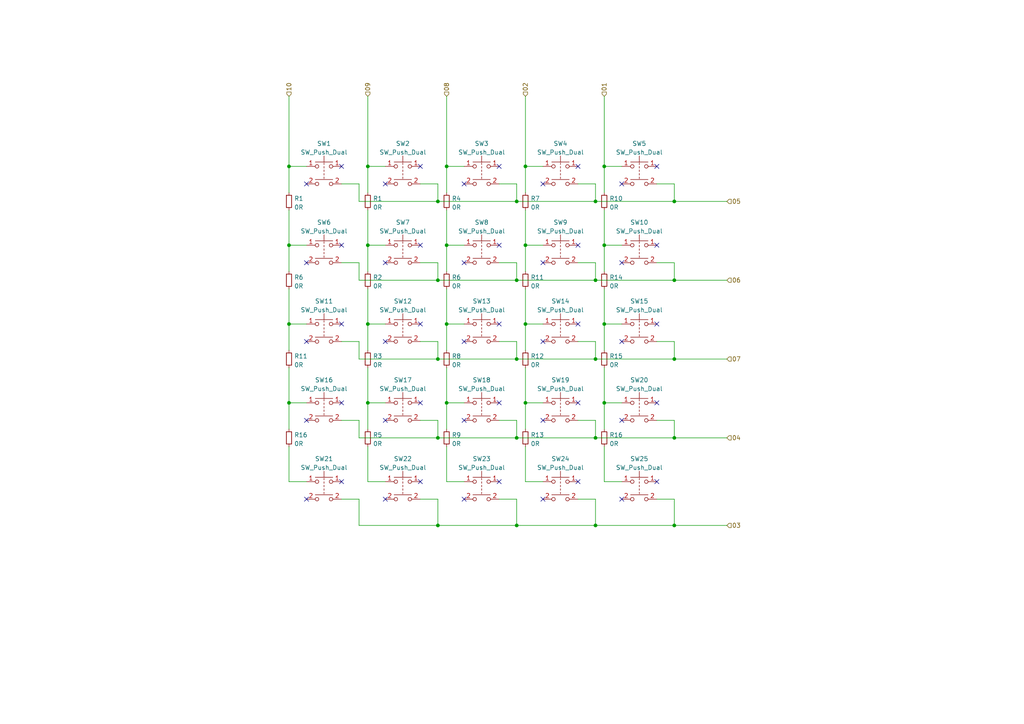
<source format=kicad_sch>
(kicad_sch (version 20211123) (generator eeschema)
  (paper "A4")
  (lib_symbols
    (symbol "Device:R_Small" (pin_numbers hide) (pin_names (offset 0.254) hide)
      (property "Reference" "R" (at 0.762 0.508 0))
      (property "Value" "R_Small" (at 0.762 -1.016 0))
      (symbol "R_Small_0_1"
        (rectangle (start -0.762 1.778) (end 0.762 -1.778) (stroke (width 0.2032)))
      )
      (symbol "R_Small_1_1"
        (pin passive line (at 0 2.54 270) (length 0.762) (name "~") (number "1"))
        (pin passive line (at 0 -2.54 90) (length 0.762) (name "~") (number "2"))
      )
    )
    (symbol "SW_Push_Dual_1" (pin_names (offset 1.016) hide)
      (property "Reference" "SW?" (at 0 6.6208 0))
      (property "Value" "SW_Push_Dual_1" (at 0 4.0839 0))
      (symbol "SW_Push_Dual_1_0_1"
        (circle (center -2.032 -5.08) (radius 0.508))
        (circle (center -2.032 0) (radius 0.508))
        (polyline (pts (xy 0 -3.048) (xy 0 -3.556)))
        (polyline (pts (xy 0 -2.032) (xy 0 -2.54)))
        (polyline (pts (xy 0 -1.524) (xy 0 -1.016)))
        (polyline (pts (xy 0 -0.508) (xy 0 0)))
        (polyline (pts (xy 0 0.508) (xy 0 1.016)))
        (polyline (pts (xy 0 1.27) (xy 0 3.048)))
        (polyline (pts (xy 2.54 -3.81) (xy -2.54 -3.81)))
        (polyline (pts (xy 2.54 1.27) (xy -2.54 1.27)))
        (circle (center 2.032 -5.08) (radius 0.508))
        (circle (center 2.032 0) (radius 0.508))
        (pin passive line (at -5.08 0 0) (length 2.54) (name "1") (number "1"))
        (pin passive line (at 5.08 0 180) (length 2.54) (name "1") (number "1"))
        (pin passive line (at -5.08 -5.08 0) (length 2.54) (name "2") (number "2"))
        (pin passive line (at 5.08 -5.08 180) (length 2.54) (name "2") (number "2"))
      )
    )
  )
  (junction (at 152.4 116.84))
  (junction (at 195.58 104.14))
  (junction (at 127 81.28))
  (junction (at 83.82 71.12))
  (junction (at 195.58 127))
  (junction (at 106.68 93.98))
  (junction (at 175.26 48.26))
  (junction (at 195.58 58.42))
  (junction (at 83.82 48.26))
  (junction (at 152.4 71.12))
  (junction (at 129.54 48.26))
  (junction (at 172.72 81.28))
  (junction (at 149.86 104.14))
  (junction (at 149.86 58.42))
  (junction (at 129.54 93.98))
  (junction (at 149.86 127))
  (junction (at 127 104.14))
  (junction (at 175.26 116.84))
  (junction (at 152.4 93.98))
  (junction (at 127 152.4))
  (junction (at 152.4 48.26))
  (junction (at 83.82 93.98))
  (junction (at 106.68 71.12))
  (junction (at 172.72 152.4))
  (junction (at 127 58.42))
  (junction (at 83.82 116.84))
  (junction (at 195.58 152.4))
  (junction (at 175.26 93.98))
  (junction (at 127 127))
  (junction (at 175.26 71.12))
  (junction (at 149.86 152.4))
  (junction (at 172.72 104.14))
  (junction (at 106.68 116.84))
  (junction (at 172.72 58.42))
  (junction (at 106.68 48.26))
  (junction (at 149.86 81.28))
  (junction (at 129.54 71.12))
  (junction (at 172.72 127))
  (junction (at 129.54 116.84))
  (junction (at 195.58 81.28))
  (no_connect (at 111.76 76.2))
  (no_connect (at 121.92 93.98))
  (no_connect (at 111.76 121.92))
  (no_connect (at 144.78 116.84))
  (no_connect (at 144.78 93.98))
  (no_connect (at 134.62 76.2))
  (no_connect (at 134.62 99.06))
  (no_connect (at 190.5 116.84))
  (no_connect (at 180.34 121.92))
  (no_connect (at 157.48 144.78))
  (no_connect (at 167.64 116.84))
  (no_connect (at 167.64 139.7))
  (no_connect (at 190.5 139.7))
  (no_connect (at 180.34 144.78))
  (no_connect (at 157.48 121.92))
  (no_connect (at 121.92 116.84))
  (no_connect (at 99.06 139.7))
  (no_connect (at 88.9 144.78))
  (no_connect (at 111.76 144.78))
  (no_connect (at 134.62 144.78))
  (no_connect (at 121.92 139.7))
  (no_connect (at 134.62 121.92))
  (no_connect (at 144.78 139.7))
  (no_connect (at 157.48 76.2))
  (no_connect (at 180.34 76.2))
  (no_connect (at 157.48 99.06))
  (no_connect (at 167.64 93.98))
  (no_connect (at 180.34 99.06))
  (no_connect (at 190.5 93.98))
  (no_connect (at 144.78 71.12))
  (no_connect (at 134.62 53.34))
  (no_connect (at 144.78 48.26))
  (no_connect (at 167.64 48.26))
  (no_connect (at 190.5 48.26))
  (no_connect (at 190.5 71.12))
  (no_connect (at 157.48 53.34))
  (no_connect (at 167.64 71.12))
  (no_connect (at 180.34 53.34))
  (no_connect (at 88.9 53.34))
  (no_connect (at 99.06 48.26))
  (no_connect (at 121.92 48.26))
  (no_connect (at 121.92 71.12))
  (no_connect (at 111.76 53.34))
  (no_connect (at 99.06 71.12))
  (no_connect (at 88.9 76.2))
  (no_connect (at 88.9 99.06))
  (no_connect (at 99.06 93.98))
  (no_connect (at 111.76 99.06))
  (no_connect (at 99.06 116.84))
  (no_connect (at 88.9 121.92))
  (wire (pts (xy 167.64 99.06) (xy 172.72 99.06)))
  (wire (pts (xy 106.68 93.98) (xy 111.76 93.98)))
  (wire (pts (xy 106.68 93.98) (xy 106.68 101.6)))
  (wire (pts (xy 152.4 116.84) (xy 157.48 116.84)))
  (wire (pts (xy 175.26 27.94) (xy 175.26 48.26)))
  (wire (pts (xy 83.82 48.26) (xy 88.9 48.26)))
  (wire (pts (xy 129.54 48.26) (xy 129.54 55.88)))
  (wire (pts (xy 190.5 53.34) (xy 195.58 53.34)))
  (wire (pts (xy 129.54 93.98) (xy 129.54 101.6)))
  (wire (pts (xy 134.62 139.7) (xy 129.54 139.7)))
  (wire (pts (xy 83.82 93.98) (xy 83.82 101.6)))
  (wire (pts (xy 106.68 116.84) (xy 111.76 116.84)))
  (wire (pts (xy 190.5 76.2) (xy 195.58 76.2)))
  (wire (pts (xy 149.86 144.78) (xy 149.86 152.4)))
  (wire (pts (xy 152.4 93.98) (xy 152.4 101.6)))
  (wire (pts (xy 88.9 139.7) (xy 83.82 139.7)))
  (wire (pts (xy 127 127) (xy 149.86 127)))
  (wire (pts (xy 195.58 152.4) (xy 210.82 152.4)))
  (wire (pts (xy 152.4 71.12) (xy 157.48 71.12)))
  (wire (pts (xy 175.26 71.12) (xy 180.34 71.12)))
  (wire (pts (xy 106.68 71.12) (xy 111.76 71.12)))
  (wire (pts (xy 104.14 99.06) (xy 104.14 104.14)))
  (wire (pts (xy 195.58 76.2) (xy 195.58 81.28)))
  (wire (pts (xy 129.54 27.94) (xy 129.54 48.26)))
  (wire (pts (xy 149.86 121.92) (xy 149.86 127)))
  (wire (pts (xy 106.68 106.68) (xy 106.68 116.84)))
  (wire (pts (xy 149.86 58.42) (xy 172.72 58.42)))
  (wire (pts (xy 175.26 116.84) (xy 180.34 116.84)))
  (wire (pts (xy 106.68 116.84) (xy 106.68 124.46)))
  (wire (pts (xy 106.68 48.26) (xy 111.76 48.26)))
  (wire (pts (xy 144.78 76.2) (xy 149.86 76.2)))
  (wire (pts (xy 152.4 83.82) (xy 152.4 93.98)))
  (wire (pts (xy 83.82 116.84) (xy 83.82 124.46)))
  (wire (pts (xy 172.72 152.4) (xy 195.58 152.4)))
  (wire (pts (xy 129.54 60.96) (xy 129.54 71.12)))
  (wire (pts (xy 121.92 76.2) (xy 127 76.2)))
  (wire (pts (xy 175.26 129.54) (xy 175.26 139.7)))
  (wire (pts (xy 127 152.4) (xy 149.86 152.4)))
  (wire (pts (xy 175.26 60.96) (xy 175.26 71.12)))
  (wire (pts (xy 129.54 71.12) (xy 134.62 71.12)))
  (wire (pts (xy 175.26 48.26) (xy 180.34 48.26)))
  (wire (pts (xy 83.82 93.98) (xy 88.9 93.98)))
  (wire (pts (xy 127 76.2) (xy 127 81.28)))
  (wire (pts (xy 152.4 129.54) (xy 152.4 139.7)))
  (wire (pts (xy 190.5 144.78) (xy 195.58 144.78)))
  (wire (pts (xy 83.82 71.12) (xy 88.9 71.12)))
  (wire (pts (xy 129.54 48.26) (xy 134.62 48.26)))
  (wire (pts (xy 99.06 76.2) (xy 104.14 76.2)))
  (wire (pts (xy 106.68 60.96) (xy 106.68 71.12)))
  (wire (pts (xy 106.68 129.54) (xy 106.68 139.7)))
  (wire (pts (xy 167.64 121.92) (xy 172.72 121.92)))
  (wire (pts (xy 152.4 48.26) (xy 157.48 48.26)))
  (wire (pts (xy 144.78 53.34) (xy 149.86 53.34)))
  (wire (pts (xy 83.82 48.26) (xy 83.82 55.88)))
  (wire (pts (xy 99.06 144.78) (xy 104.14 144.78)))
  (wire (pts (xy 106.68 83.82) (xy 106.68 93.98)))
  (wire (pts (xy 195.58 53.34) (xy 195.58 58.42)))
  (wire (pts (xy 149.86 99.06) (xy 149.86 104.14)))
  (wire (pts (xy 127 58.42) (xy 149.86 58.42)))
  (wire (pts (xy 121.92 99.06) (xy 127 99.06)))
  (wire (pts (xy 104.14 104.14) (xy 127 104.14)))
  (wire (pts (xy 83.82 83.82) (xy 83.82 93.98)))
  (wire (pts (xy 152.4 106.68) (xy 152.4 116.84)))
  (wire (pts (xy 180.34 139.7) (xy 175.26 139.7)))
  (wire (pts (xy 152.4 48.26) (xy 152.4 55.88)))
  (wire (pts (xy 195.58 127) (xy 210.82 127)))
  (wire (pts (xy 99.06 121.92) (xy 104.14 121.92)))
  (wire (pts (xy 149.86 81.28) (xy 172.72 81.28)))
  (wire (pts (xy 121.92 53.34) (xy 127 53.34)))
  (wire (pts (xy 167.64 76.2) (xy 172.72 76.2)))
  (wire (pts (xy 175.26 106.68) (xy 175.26 116.84)))
  (wire (pts (xy 175.26 93.98) (xy 180.34 93.98)))
  (wire (pts (xy 175.26 48.26) (xy 175.26 55.88)))
  (wire (pts (xy 99.06 53.34) (xy 104.14 53.34)))
  (wire (pts (xy 104.14 58.42) (xy 127 58.42)))
  (wire (pts (xy 104.14 121.92) (xy 104.14 127)))
  (wire (pts (xy 144.78 121.92) (xy 149.86 121.92)))
  (wire (pts (xy 172.72 127) (xy 195.58 127)))
  (wire (pts (xy 149.86 104.14) (xy 172.72 104.14)))
  (wire (pts (xy 152.4 60.96) (xy 152.4 71.12)))
  (wire (pts (xy 149.86 127) (xy 172.72 127)))
  (wire (pts (xy 172.72 76.2) (xy 172.72 81.28)))
  (wire (pts (xy 127 53.34) (xy 127 58.42)))
  (wire (pts (xy 195.58 144.78) (xy 195.58 152.4)))
  (wire (pts (xy 175.26 93.98) (xy 175.26 101.6)))
  (wire (pts (xy 106.68 48.26) (xy 106.68 55.88)))
  (wire (pts (xy 106.68 71.12) (xy 106.68 78.74)))
  (wire (pts (xy 152.4 116.84) (xy 152.4 124.46)))
  (wire (pts (xy 83.82 71.12) (xy 83.82 78.74)))
  (wire (pts (xy 104.14 152.4) (xy 127 152.4)))
  (wire (pts (xy 152.4 93.98) (xy 157.48 93.98)))
  (wire (pts (xy 167.64 144.78) (xy 172.72 144.78)))
  (wire (pts (xy 127 99.06) (xy 127 104.14)))
  (wire (pts (xy 149.86 76.2) (xy 149.86 81.28)))
  (wire (pts (xy 129.54 116.84) (xy 134.62 116.84)))
  (wire (pts (xy 195.58 121.92) (xy 195.58 127)))
  (wire (pts (xy 195.58 81.28) (xy 210.82 81.28)))
  (wire (pts (xy 104.14 76.2) (xy 104.14 81.28)))
  (wire (pts (xy 152.4 71.12) (xy 152.4 78.74)))
  (wire (pts (xy 127 81.28) (xy 149.86 81.28)))
  (wire (pts (xy 195.58 58.42) (xy 210.82 58.42)))
  (wire (pts (xy 175.26 83.82) (xy 175.26 93.98)))
  (wire (pts (xy 129.54 116.84) (xy 129.54 124.46)))
  (wire (pts (xy 190.5 99.06) (xy 195.58 99.06)))
  (wire (pts (xy 104.14 81.28) (xy 127 81.28)))
  (wire (pts (xy 149.86 152.4) (xy 172.72 152.4)))
  (wire (pts (xy 83.82 106.68) (xy 83.82 116.84)))
  (wire (pts (xy 175.26 116.84) (xy 175.26 124.46)))
  (wire (pts (xy 172.72 58.42) (xy 195.58 58.42)))
  (wire (pts (xy 83.82 60.96) (xy 83.82 71.12)))
  (wire (pts (xy 129.54 83.82) (xy 129.54 93.98)))
  (wire (pts (xy 106.68 27.94) (xy 106.68 48.26)))
  (wire (pts (xy 175.26 71.12) (xy 175.26 78.74)))
  (wire (pts (xy 172.72 121.92) (xy 172.72 127)))
  (wire (pts (xy 172.72 144.78) (xy 172.72 152.4)))
  (wire (pts (xy 157.48 139.7) (xy 152.4 139.7)))
  (wire (pts (xy 104.14 53.34) (xy 104.14 58.42)))
  (wire (pts (xy 149.86 53.34) (xy 149.86 58.42)))
  (wire (pts (xy 195.58 104.14) (xy 210.82 104.14)))
  (wire (pts (xy 83.82 27.94) (xy 83.82 48.26)))
  (wire (pts (xy 127 104.14) (xy 149.86 104.14)))
  (wire (pts (xy 152.4 27.94) (xy 152.4 48.26)))
  (wire (pts (xy 121.92 144.78) (xy 127 144.78)))
  (wire (pts (xy 129.54 129.54) (xy 129.54 139.7)))
  (wire (pts (xy 127 144.78) (xy 127 152.4)))
  (wire (pts (xy 172.72 99.06) (xy 172.72 104.14)))
  (wire (pts (xy 127 121.92) (xy 127 127)))
  (wire (pts (xy 172.72 104.14) (xy 195.58 104.14)))
  (wire (pts (xy 83.82 116.84) (xy 88.9 116.84)))
  (wire (pts (xy 190.5 121.92) (xy 195.58 121.92)))
  (wire (pts (xy 106.68 139.7) (xy 111.76 139.7)))
  (wire (pts (xy 129.54 93.98) (xy 134.62 93.98)))
  (wire (pts (xy 121.92 121.92) (xy 127 121.92)))
  (wire (pts (xy 104.14 144.78) (xy 104.14 152.4)))
  (wire (pts (xy 129.54 106.68) (xy 129.54 116.84)))
  (wire (pts (xy 172.72 53.34) (xy 172.72 58.42)))
  (wire (pts (xy 195.58 99.06) (xy 195.58 104.14)))
  (wire (pts (xy 144.78 144.78) (xy 149.86 144.78)))
  (wire (pts (xy 83.82 129.54) (xy 83.82 139.7)))
  (wire (pts (xy 144.78 99.06) (xy 149.86 99.06)))
  (wire (pts (xy 129.54 71.12) (xy 129.54 78.74)))
  (wire (pts (xy 99.06 99.06) (xy 104.14 99.06)))
  (wire (pts (xy 104.14 127) (xy 127 127)))
  (wire (pts (xy 167.64 53.34) (xy 172.72 53.34)))
  (wire (pts (xy 172.72 81.28) (xy 195.58 81.28)))
  (hierarchical_label "03" (shape input) (at 210.82 152.4 0))
  (hierarchical_label "10" (shape input) (at 83.82 27.94 90))
  (hierarchical_label "01" (shape input) (at 175.26 27.94 90))
  (hierarchical_label "04" (shape input) (at 210.82 127 0))
  (hierarchical_label "09" (shape input) (at 106.68 27.94 90))
  (hierarchical_label "08" (shape input) (at 129.54 27.94 90))
  (hierarchical_label "02" (shape input) (at 152.4 27.94 90))
  (hierarchical_label "07" (shape input) (at 210.82 104.14 0))
  (hierarchical_label "05" (shape input) (at 210.82 58.42 0))
  (hierarchical_label "06" (shape input) (at 210.82 81.28 0))
  (symbol (lib_id "Device:R_Small") (at 152.4 58.42 0) (unit 1)
    (property "Reference" "R7" (at 153.8986 57.5853 0) (effects (justify left)))
    (property "Value" "0R" (at 153.8986 60.1222 0) (effects (justify left)))
    (property "Footprint" "Resistor_THT:R_Axial_DIN0207_L6.3mm_D2.5mm_P7.62mm_Horizontal" (effects hide))
  )
  (symbol (lib_id "Device:R_Small") (at 83.82 127 0) (unit 1)
    (property "Reference" "R16" (at 85.3186 126.1653 0) (effects (justify left)))
    (property "Value" "0R" (at 85.3186 128.7022 0) (effects (justify left)))
    (property "Footprint" "Resistor_THT:R_Axial_DIN0207_L6.3mm_D2.5mm_P7.62mm_Horizontal" (effects hide))
  )
  (symbol (lib_id "Device:R_Small") (at 129.54 127 0) (unit 1)
    (property "Reference" "R9" (at 131.0386 126.1653 0) (effects (justify left)))
    (property "Value" "0R" (at 131.0386 128.7022 0) (effects (justify left)))
    (property "Footprint" "Resistor_THT:R_Axial_DIN0207_L6.3mm_D2.5mm_P7.62mm_Horizontal" (effects hide))
  )
  (symbol (lib_id "Device:R_Small") (at 83.82 58.42 0) (unit 1)
    (property "Reference" "R1" (at 85.3186 57.5853 0) (effects (justify left)))
    (property "Value" "0R" (at 85.3186 60.1222 0) (effects (justify left)))
    (property "Footprint" "Resistor_THT:R_Axial_DIN0207_L6.3mm_D2.5mm_P7.62mm_Horizontal" (effects hide))
  )
  (symbol (lib_name "SW_Push_Dual_1") (lib_id "Switch:SW_Push_Dual") (at 139.7 116.84 0) (unit 1)
    (property "Reference" "SW18" (at 139.7 110.2192 0))
    (property "Value" "SW_Push_Dual" (at 139.7 112.7561 0))
    (property "Footprint" "Button_Switch_THT:SW_PUSH-12mm" (effects hide))
  )
  (symbol (lib_id "Device:R_Small") (at 106.68 81.28 0) (unit 1)
    (property "Reference" "R2" (at 108.1786 80.4453 0) (effects (justify left)))
    (property "Value" "0R" (at 108.1786 82.9822 0) (effects (justify left)))
    (property "Footprint" "Resistor_THT:R_Axial_DIN0207_L6.3mm_D2.5mm_P7.62mm_Horizontal" (effects hide))
  )
  (symbol (lib_name "SW_Push_Dual_1") (lib_id "Switch:SW_Push_Dual") (at 162.56 93.98 0) (unit 1)
    (property "Reference" "SW14" (at 162.56 87.3592 0))
    (property "Value" "SW_Push_Dual" (at 162.56 89.8961 0))
    (property "Footprint" "Button_Switch_THT:SW_PUSH-12mm" (effects hide))
  )
  (symbol (lib_id "Device:R_Small") (at 152.4 104.14 0) (unit 1)
    (property "Reference" "R12" (at 153.8986 103.3053 0) (effects (justify left)))
    (property "Value" "0R" (at 153.8986 105.8422 0) (effects (justify left)))
    (property "Footprint" "Resistor_THT:R_Axial_DIN0207_L6.3mm_D2.5mm_P7.62mm_Horizontal" (effects hide))
  )
  (symbol (lib_id "Device:R_Small") (at 129.54 104.14 0) (unit 1)
    (property "Reference" "R8" (at 131.0386 103.3053 0) (effects (justify left)))
    (property "Value" "0R" (at 131.0386 105.8422 0) (effects (justify left)))
    (property "Footprint" "Resistor_THT:R_Axial_DIN0207_L6.3mm_D2.5mm_P7.62mm_Horizontal" (effects hide))
  )
  (symbol (lib_id "Device:R_Small") (at 106.68 104.14 0) (unit 1)
    (property "Reference" "R3" (at 108.1786 103.3053 0) (effects (justify left)))
    (property "Value" "0R" (at 108.1786 105.8422 0) (effects (justify left)))
    (property "Footprint" "Resistor_THT:R_Axial_DIN0207_L6.3mm_D2.5mm_P7.62mm_Horizontal" (effects hide))
  )
  (symbol (lib_id "Device:R_Small") (at 83.82 104.14 0) (unit 1)
    (property "Reference" "R11" (at 85.3186 103.3053 0) (effects (justify left)))
    (property "Value" "0R" (at 85.3186 105.8422 0) (effects (justify left)))
    (property "Footprint" "Resistor_THT:R_Axial_DIN0207_L6.3mm_D2.5mm_P7.62mm_Horizontal" (effects hide))
  )
  (symbol (lib_id "Device:R_Small") (at 129.54 81.28 0) (unit 1)
    (property "Reference" "R6" (at 131.0386 80.4453 0) (effects (justify left)))
    (property "Value" "0R" (at 131.0386 82.9822 0) (effects (justify left)))
    (property "Footprint" "Resistor_THT:R_Axial_DIN0207_L6.3mm_D2.5mm_P7.62mm_Horizontal" (effects hide))
  )
  (symbol (lib_name "SW_Push_Dual_1") (lib_id "Switch:SW_Push_Dual") (at 162.56 116.84 0) (unit 1)
    (property "Reference" "SW19" (at 162.56 110.2192 0))
    (property "Value" "SW_Push_Dual" (at 162.56 112.7561 0))
    (property "Footprint" "Button_Switch_THT:SW_PUSH-12mm" (effects hide))
  )
  (symbol (lib_id "Device:R_Small") (at 106.68 127 0) (unit 1)
    (property "Reference" "R5" (at 108.1786 126.1653 0) (effects (justify left)))
    (property "Value" "0R" (at 108.1786 128.7022 0) (effects (justify left)))
    (property "Footprint" "Resistor_THT:R_Axial_DIN0207_L6.3mm_D2.5mm_P7.62mm_Horizontal" (effects hide))
  )
  (symbol (lib_name "SW_Push_Dual_1") (lib_id "Switch:SW_Push_Dual") (at 93.98 48.26 0) (unit 1)
    (property "Reference" "SW1" (at 93.98 41.6392 0))
    (property "Value" "SW_Push_Dual" (at 93.98 44.1761 0))
    (property "Footprint" "Button_Switch_THT:SW_PUSH_6mm" (effects hide))
  )
  (symbol (lib_id "Device:R_Small") (at 175.26 104.14 0) (unit 1)
    (property "Reference" "R15" (at 176.7586 103.3053 0) (effects (justify left)))
    (property "Value" "0R" (at 176.7586 105.8422 0) (effects (justify left)))
    (property "Footprint" "Resistor_THT:R_Axial_DIN0207_L6.3mm_D2.5mm_P7.62mm_Horizontal" (effects hide))
  )
  (symbol (lib_name "SW_Push_Dual_1") (lib_id "Switch:SW_Push_Dual") (at 93.98 93.98 0) (unit 1)
    (property "Reference" "SW11" (at 93.98 87.3592 0))
    (property "Value" "SW_Push_Dual" (at 93.98 89.8961 0))
    (property "Footprint" "Button_Switch_THT:SW_PUSH-12mm" (effects hide))
  )
  (symbol (lib_id "Device:R_Small") (at 106.68 58.42 0) (unit 1)
    (property "Reference" "R1" (at 108.1786 57.5853 0) (effects (justify left)))
    (property "Value" "0R" (at 108.1786 60.1222 0) (effects (justify left)))
    (property "Footprint" "Resistor_THT:R_Axial_DIN0207_L6.3mm_D2.5mm_P7.62mm_Horizontal" (effects hide))
  )
  (symbol (lib_id "Device:R_Small") (at 175.26 127 0) (unit 1)
    (property "Reference" "R16" (at 176.7586 126.1653 0) (effects (justify left)))
    (property "Value" "0R" (at 176.7586 128.7022 0) (effects (justify left)))
    (property "Footprint" "Resistor_THT:R_Axial_DIN0207_L6.3mm_D2.5mm_P7.62mm_Horizontal" (effects hide))
  )
  (symbol (lib_name "SW_Push_Dual_1") (lib_id "Switch:SW_Push_Dual") (at 162.56 71.12 0) (unit 1)
    (property "Reference" "SW9" (at 162.56 64.4992 0))
    (property "Value" "SW_Push_Dual" (at 162.56 67.0361 0))
    (property "Footprint" "Button_Switch_THT:SW_PUSH-12mm" (effects hide))
  )
  (symbol (lib_name "SW_Push_Dual_1") (lib_id "Switch:SW_Push_Dual") (at 139.7 139.7 0) (unit 1)
    (property "Reference" "SW23" (at 139.7 133.0792 0))
    (property "Value" "SW_Push_Dual" (at 139.7 135.6161 0))
    (property "Footprint" "Button_Switch_THT:SW_PUSH-12mm" (effects hide))
  )
  (symbol (lib_name "SW_Push_Dual_1") (lib_id "Switch:SW_Push_Dual") (at 93.98 71.12 0) (unit 1)
    (property "Reference" "SW6" (at 93.98 64.4992 0))
    (property "Value" "SW_Push_Dual" (at 93.98 67.0361 0))
    (property "Footprint" "Button_Switch_THT:SW_PUSH-12mm" (effects hide))
  )
  (symbol (lib_name "SW_Push_Dual_1") (lib_id "Switch:SW_Push_Dual") (at 185.42 48.26 0) (unit 1)
    (property "Reference" "SW5" (at 185.42 41.6392 0))
    (property "Value" "SW_Push_Dual" (at 185.42 44.1761 0))
    (property "Footprint" "Button_Switch_THT:SW_PUSH-12mm" (effects hide))
  )
  (symbol (lib_name "SW_Push_Dual_1") (lib_id "Switch:SW_Push_Dual") (at 93.98 139.7 0) (unit 1)
    (property "Reference" "SW21" (at 93.98 133.0792 0))
    (property "Value" "SW_Push_Dual" (at 93.98 135.6161 0))
    (property "Footprint" "Button_Switch_THT:SW_PUSH-12mm" (effects hide))
  )
  (symbol (lib_name "SW_Push_Dual_1") (lib_id "Switch:SW_Push_Dual") (at 185.42 139.7 0) (unit 1)
    (property "Reference" "SW25" (at 185.42 133.0792 0))
    (property "Value" "SW_Push_Dual" (at 185.42 135.6161 0))
    (property "Footprint" "Button_Switch_THT:SW_PUSH-12mm" (effects hide))
  )
  (symbol (lib_id "Device:R_Small") (at 152.4 127 0) (unit 1)
    (property "Reference" "R13" (at 153.8986 126.1653 0) (effects (justify left)))
    (property "Value" "0R" (at 153.8986 128.7022 0) (effects (justify left)))
    (property "Footprint" "Resistor_THT:R_Axial_DIN0207_L6.3mm_D2.5mm_P7.62mm_Horizontal" (effects hide))
  )
  (symbol (lib_id "Device:R_Small") (at 129.54 58.42 0) (unit 1)
    (property "Reference" "R4" (at 131.0386 57.5853 0) (effects (justify left)))
    (property "Value" "0R" (at 131.0386 60.1222 0) (effects (justify left)))
    (property "Footprint" "Resistor_THT:R_Axial_DIN0207_L6.3mm_D2.5mm_P7.62mm_Horizontal" (effects hide))
  )
  (symbol (lib_name "SW_Push_Dual_1") (lib_id "Switch:SW_Push_Dual") (at 116.84 139.7 0) (unit 1)
    (property "Reference" "SW22" (at 116.84 133.0792 0))
    (property "Value" "SW_Push_Dual" (at 116.84 135.6161 0))
    (property "Footprint" "Button_Switch_THT:SW_PUSH-12mm" (effects hide))
  )
  (symbol (lib_id "Device:R_Small") (at 175.26 58.42 0) (unit 1)
    (property "Reference" "R10" (at 176.7586 57.5853 0) (effects (justify left)))
    (property "Value" "0R" (at 176.7586 60.1222 0) (effects (justify left)))
    (property "Footprint" "Resistor_THT:R_Axial_DIN0207_L6.3mm_D2.5mm_P7.62mm_Horizontal" (effects hide))
  )
  (symbol (lib_name "SW_Push_Dual_1") (lib_id "Switch:SW_Push_Dual") (at 139.7 71.12 0) (unit 1)
    (property "Reference" "SW8" (at 139.7 64.4992 0))
    (property "Value" "SW_Push_Dual" (at 139.7 67.0361 0))
    (property "Footprint" "Button_Switch_THT:SW_PUSH-12mm" (effects hide))
  )
  (symbol (lib_id "Device:R_Small") (at 83.82 81.28 0) (unit 1)
    (property "Reference" "R6" (at 85.3186 80.4453 0) (effects (justify left)))
    (property "Value" "0R" (at 85.3186 82.9822 0) (effects (justify left)))
    (property "Footprint" "Resistor_THT:R_Axial_DIN0207_L6.3mm_D2.5mm_P7.62mm_Horizontal" (effects hide))
  )
  (symbol (lib_name "SW_Push_Dual_1") (lib_id "Switch:SW_Push_Dual") (at 185.42 71.12 0) (unit 1)
    (property "Reference" "SW10" (at 185.42 64.4992 0))
    (property "Value" "SW_Push_Dual" (at 185.42 67.0361 0))
    (property "Footprint" "Button_Switch_THT:SW_PUSH-12mm" (effects hide))
  )
  (symbol (lib_name "SW_Push_Dual_1") (lib_id "Switch:SW_Push_Dual") (at 162.56 139.7 0) (unit 1)
    (property "Reference" "SW24" (at 162.56 133.0792 0))
    (property "Value" "SW_Push_Dual" (at 162.56 135.6161 0))
    (property "Footprint" "Button_Switch_THT:SW_PUSH-12mm" (effects hide))
  )
  (symbol (lib_name "SW_Push_Dual_1") (lib_id "Switch:SW_Push_Dual") (at 185.42 116.84 0) (unit 1)
    (property "Reference" "SW20" (at 185.42 110.2192 0))
    (property "Value" "SW_Push_Dual" (at 185.42 112.7561 0))
    (property "Footprint" "Button_Switch_THT:SW_PUSH-12mm" (effects hide))
  )
  (symbol (lib_name "SW_Push_Dual_1") (lib_id "Switch:SW_Push_Dual") (at 116.84 71.12 0) (unit 1)
    (property "Reference" "SW7" (at 116.84 64.4992 0))
    (property "Value" "SW_Push_Dual" (at 116.84 67.0361 0))
    (property "Footprint" "Button_Switch_THT:SW_PUSH-12mm" (effects hide))
  )
  (symbol (lib_name "SW_Push_Dual_1") (lib_id "Switch:SW_Push_Dual") (at 139.7 48.26 0) (unit 1)
    (property "Reference" "SW3" (at 139.7 41.6392 0))
    (property "Value" "SW_Push_Dual" (at 139.7 44.1761 0))
    (property "Footprint" "Button_Switch_THT:SW_PUSH-12mm" (effects hide))
  )
  (symbol (lib_name "SW_Push_Dual_1") (lib_id "Switch:SW_Push_Dual") (at 116.84 48.26 0) (unit 1)
    (property "Reference" "SW2" (at 116.84 41.6392 0))
    (property "Value" "SW_Push_Dual" (at 116.84 44.1761 0))
    (property "Footprint" "Button_Switch_THT:SW_PUSH-12mm" (effects hide))
  )
  (symbol (lib_name "SW_Push_Dual_1") (lib_id "Switch:SW_Push_Dual") (at 185.42 93.98 0) (unit 1)
    (property "Reference" "SW15" (at 185.42 87.3592 0))
    (property "Value" "SW_Push_Dual" (at 185.42 89.8961 0))
    (property "Footprint" "Button_Switch_THT:SW_PUSH-12mm" (effects hide))
  )
  (symbol (lib_name "SW_Push_Dual_1") (lib_id "Switch:SW_Push_Dual") (at 162.56 48.26 0) (unit 1)
    (property "Reference" "SW4" (at 162.56 41.6392 0))
    (property "Value" "SW_Push_Dual" (at 162.56 44.1761 0))
    (property "Footprint" "Button_Switch_THT:SW_PUSH-12mm" (effects hide))
  )
  (symbol (lib_name "SW_Push_Dual_1") (lib_id "Switch:SW_Push_Dual") (at 139.7 93.98 0) (unit 1)
    (property "Reference" "SW13" (at 139.7 87.3592 0))
    (property "Value" "SW_Push_Dual" (at 139.7 89.8961 0))
    (property "Footprint" "Button_Switch_THT:SW_PUSH-12mm" (effects hide))
  )
  (symbol (lib_name "SW_Push_Dual_1") (lib_id "Switch:SW_Push_Dual") (at 93.98 116.84 0) (unit 1)
    (property "Reference" "SW16" (at 93.98 110.2192 0))
    (property "Value" "SW_Push_Dual" (at 93.98 112.7561 0))
    (property "Footprint" "Button_Switch_THT:SW_PUSH-12mm" (effects hide))
  )
  (symbol (lib_id "Device:R_Small") (at 175.26 81.28 0) (unit 1)
    (property "Reference" "R14" (at 176.7586 80.4453 0) (effects (justify left)))
    (property "Value" "0R" (at 176.7586 82.9822 0) (effects (justify left)))
    (property "Footprint" "Resistor_THT:R_Axial_DIN0207_L6.3mm_D2.5mm_P7.62mm_Horizontal" (effects hide))
  )
  (symbol (lib_id "Device:R_Small") (at 152.4 81.28 0) (unit 1)
    (property "Reference" "R11" (at 153.8986 80.4453 0) (effects (justify left)))
    (property "Value" "0R" (at 153.8986 82.9822 0) (effects (justify left)))
    (property "Footprint" "Resistor_THT:R_Axial_DIN0207_L6.3mm_D2.5mm_P7.62mm_Horizontal" (effects hide))
  )
  (symbol (lib_name "SW_Push_Dual_1") (lib_id "Switch:SW_Push_Dual") (at 116.84 93.98 0) (unit 1)
    (property "Reference" "SW12" (at 116.84 87.3592 0))
    (property "Value" "SW_Push_Dual" (at 116.84 89.8961 0))
    (property "Footprint" "Button_Switch_THT:SW_PUSH-12mm" (effects hide))
  )
  (symbol (lib_name "SW_Push_Dual_1") (lib_id "Switch:SW_Push_Dual") (at 116.84 116.84 0) (unit 1)
    (property "Reference" "SW17" (at 116.84 110.2192 0))
    (property "Value" "SW_Push_Dual" (at 116.84 112.7561 0))
    (property "Footprint" "Button_Switch_THT:SW_PUSH-12mm" (effects hide))
  )
)
</source>
